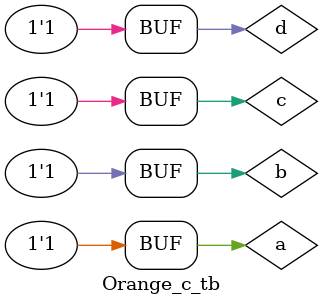
<source format=sv>
module Orange_c_tb();
reg a, b, c, d;
wire y, z;

Orange_c DUT0 (.a(A), .b(B), .c(C), .d(C), .y(Y), .z(Z));

initial begin
    a=1'b0; b=1'b0; c=1'b0; d=1'b0; #10;
    a=1'b0; b=1'b0; c=1'b0; d=1'b1; #10;
    a=1'b0; b=1'b0; c=1'b1; d=1'b0; #10;
    a=1'b0; b=1'b0; c=1'b1; d=1'b1; #10;
    a=1'b0; b=1'b1; c=1'b0; d=1'b0; #10;
    a=1'b0; b=1'b1; c=1'b0; d=1'b1; #10;
    a=1'b0; b=1'b1; c=1'b1; d=1'b0; #10;
    a=1'b0; b=1'b1; c=1'b1; d=1'b1; #10;
    a=1'b1; b=1'b0; c=1'b0; d=1'b0; #10;
    a=1'b1; b=1'b0; c=1'b0; d=1'b1; #10;
    a=1'b1; b=1'b0; c=1'b1; d=1'b0; #10;
    a=1'b1; b=1'b0; c=1'b1; d=1'b1; #10;
    a=1'b1; b=1'b1; c=1'b0; d=1'b0; #10;
    a=1'b1; b=1'b1; c=1'b0; d=1'b1; #10;
    a=1'b1; b=1'b1; c=1'b1; d=1'b0; #10;
    a=1'b1; b=1'b1; c=1'b1; d=1'b1; #10;
end
endmodule
</source>
